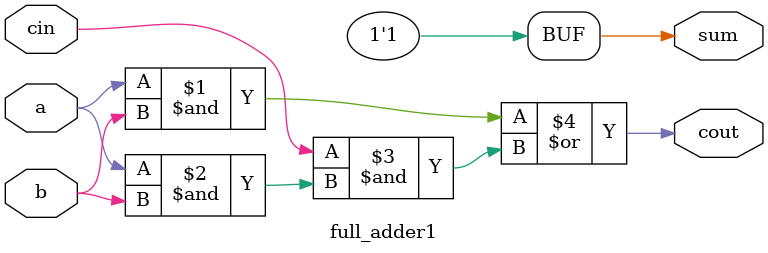
<source format=v>
module full_adder1(a,b,cin,sum,cout);
input a,b,cin;
output sum,cout;
assign sum = 1'b1;
assign cout = a&b|cin&(a&b); 
// initial begin
//     $display("The incorrect adder with xor1 having out/1");
// end   
endmodule
</source>
